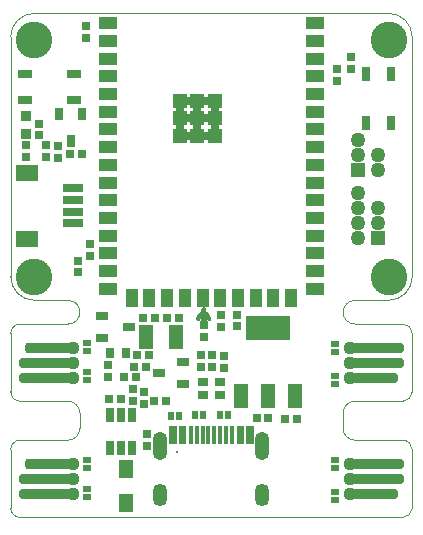
<source format=gts>
G04*
G04 #@! TF.GenerationSoftware,Altium Limited,Altium Designer,21.6.1 (37)*
G04*
G04 Layer_Color=8388736*
%FSAX25Y25*%
%MOIN*%
G70*
G04*
G04 #@! TF.SameCoordinates,2A6196F6-AC41-4C62-9EE7-3AB2130DBF51*
G04*
G04*
G04 #@! TF.FilePolarity,Negative*
G04*
G01*
G75*
%ADD12C,0.00394*%
%ADD40R,0.02953X0.04528*%
%ADD41R,0.04528X0.08465*%
%ADD42R,0.14764X0.08465*%
G04:AMPARAMS|DCode=43|XSize=35.43mil|YSize=169.29mil|CornerRadius=13.82mil|HoleSize=0mil|Usage=FLASHONLY|Rotation=270.000|XOffset=0mil|YOffset=0mil|HoleType=Round|Shape=RoundedRectangle|*
%AMROUNDEDRECTD43*
21,1,0.03543,0.14165,0,0,270.0*
21,1,0.00780,0.16929,0,0,270.0*
1,1,0.02764,-0.07083,-0.00390*
1,1,0.02764,-0.07083,0.00390*
1,1,0.02764,0.07083,0.00390*
1,1,0.02764,0.07083,-0.00390*
%
%ADD43ROUNDEDRECTD43*%
G04:AMPARAMS|DCode=44|XSize=35.43mil|YSize=188.98mil|CornerRadius=13.82mil|HoleSize=0mil|Usage=FLASHONLY|Rotation=270.000|XOffset=0mil|YOffset=0mil|HoleType=Round|Shape=RoundedRectangle|*
%AMROUNDEDRECTD44*
21,1,0.03543,0.16134,0,0,270.0*
21,1,0.00780,0.18898,0,0,270.0*
1,1,0.02764,-0.08067,-0.00390*
1,1,0.02764,-0.08067,0.00390*
1,1,0.02764,0.08067,0.00390*
1,1,0.02764,0.08067,-0.00390*
%
%ADD44ROUNDEDRECTD44*%
%ADD45R,0.03150X0.01968*%
%ADD46R,0.01968X0.03150*%
%ADD47R,0.04921X0.05906*%
%ADD48R,0.04134X0.02953*%
%ADD49R,0.02953X0.04134*%
%ADD50R,0.02559X0.02756*%
%ADD51R,0.02756X0.02559*%
%ADD52R,0.07677X0.05315*%
%ADD53R,0.06693X0.02953*%
%ADD54R,0.03543X0.02953*%
%ADD55R,0.01575X0.06102*%
%ADD56R,0.03740X0.03740*%
%ADD57R,0.02559X0.02756*%
%ADD58R,0.04921X0.08071*%
%ADD59R,0.02756X0.02559*%
%ADD60R,0.04921X0.04921*%
%ADD61R,0.04134X0.06496*%
%ADD62R,0.06496X0.04134*%
%ADD63R,0.02953X0.03740*%
%ADD64C,0.02191*%
%ADD65O,0.00601X0.00600*%
%ADD66R,0.04724X0.03150*%
%ADD67R,0.03150X0.04724*%
%ADD68C,0.12205*%
%ADD69C,0.04370*%
%ADD70C,0.00591*%
%ADD71C,0.04961*%
%ADD72R,0.04961X0.04961*%
G04:AMPARAMS|DCode=73|XSize=49.21mil|YSize=72.84mil|CornerRadius=22.44mil|HoleSize=0mil|Usage=FLASHONLY|Rotation=0.000|XOffset=0mil|YOffset=0mil|HoleType=Round|Shape=RoundedRectangle|*
%AMROUNDEDRECTD73*
21,1,0.04921,0.02795,0,0,0.0*
21,1,0.00433,0.07284,0,0,0.0*
1,1,0.04488,0.00217,-0.01398*
1,1,0.04488,-0.00217,-0.01398*
1,1,0.04488,-0.00217,0.01398*
1,1,0.04488,0.00217,0.01398*
%
%ADD73ROUNDEDRECTD73*%
G04:AMPARAMS|DCode=74|XSize=49.21mil|YSize=92.52mil|CornerRadius=22.44mil|HoleSize=0mil|Usage=FLASHONLY|Rotation=0.000|XOffset=0mil|YOffset=0mil|HoleType=Round|Shape=RoundedRectangle|*
%AMROUNDEDRECTD74*
21,1,0.04921,0.04764,0,0,0.0*
21,1,0.00433,0.09252,0,0,0.0*
1,1,0.04488,0.00217,-0.02382*
1,1,0.04488,-0.00217,-0.02382*
1,1,0.04488,-0.00217,0.02382*
1,1,0.04488,0.00217,0.02382*
%
%ADD74ROUNDEDRECTD74*%
G04:AMPARAMS|DCode=75|XSize=5.91mil|YSize=5.91mil|CornerRadius=0mil|HoleSize=0mil|Usage=FLASHONLY|Rotation=0.000|XOffset=0mil|YOffset=0mil|HoleType=Round|Shape=RoundedRectangle|*
%AMROUNDEDRECTD75*
21,1,0.00591,0.00591,0,0,0.0*
21,1,0.00591,0.00591,0,0,0.0*
1,1,0.00000,0.00295,-0.00295*
1,1,0.00000,-0.00295,-0.00295*
1,1,0.00000,-0.00295,0.00295*
1,1,0.00000,0.00295,0.00295*
%
%ADD75ROUNDEDRECTD75*%
%ADD76C,0.02953*%
G36*
X-0002300Y0070077D02*
X-0002255Y0070066D01*
X-0002224Y0070054D01*
X-0002212Y0070049D01*
X-0002172Y0070024D01*
X-0002137Y0069994D01*
X-0001843Y0069700D01*
X-0001813Y0069665D01*
X-0001789Y0069625D01*
X-0001783Y0069613D01*
X-0001771Y0069582D01*
X-0001760Y0069537D01*
X-0001756Y0069491D01*
Y0069283D01*
Y0068462D01*
X-0001622Y0068430D01*
X-0001619Y0068429D01*
X-0001616Y0068429D01*
X-0001598Y0068422D01*
X-0001578Y0068416D01*
X-0001575Y0068415D01*
X-0001572Y0068414D01*
X-0001554Y0068404D01*
X-0001536Y0068395D01*
X-0001534Y0068394D01*
X-0001531Y0068392D01*
X-0000902Y0067993D01*
X-0000899Y0067991D01*
X-0000897Y0067990D01*
X-0000881Y0067977D01*
X-0000865Y0067965D01*
X-0000863Y0067963D01*
X-0000860Y0067961D01*
X-0000846Y0067946D01*
X-0000832Y0067932D01*
X-0000831Y0067929D01*
X-0000828Y0067927D01*
X-0000365Y0067343D01*
X-0000364Y0067341D01*
X-0000362Y0067338D01*
X-0000351Y0067321D01*
X-0000340Y0067305D01*
X-0000338Y0067302D01*
X-0000337Y0067299D01*
X-0000328Y0067281D01*
X-0000320Y0067263D01*
X-0000319Y0067260D01*
X-0000318Y0067257D01*
X-0000073Y0066553D01*
X-0000072Y0066550D01*
X-0000071Y0066547D01*
X-0000066Y0066528D01*
X-0000061Y0066508D01*
X-0000061Y0066505D01*
X-0000060Y0066502D01*
X-0000058Y0066482D01*
X-0000056Y0066462D01*
X-0000056Y0066459D01*
X-0000056Y0066456D01*
Y0066083D01*
Y0066003D01*
X-0000057Y0065992D01*
Y0065980D01*
X-0000059Y0065969D01*
X-0000060Y0065957D01*
X-0000063Y0065946D01*
X-0000065Y0065934D01*
X-0000068Y0065923D01*
X-0000071Y0065912D01*
X-0000075Y0065901D01*
X-0000079Y0065890D01*
X-0000140Y0065742D01*
X-0000145Y0065732D01*
X-0000150Y0065721D01*
X-0000156Y0065711D01*
X-0000161Y0065701D01*
X-0000168Y0065692D01*
X-0000174Y0065682D01*
X-0000181Y0065673D01*
X-0000188Y0065663D01*
X-0000197Y0065655D01*
X-0000204Y0065646D01*
X-0000317Y0065533D01*
X-0000326Y0065526D01*
X-0000334Y0065518D01*
X-0000344Y0065511D01*
X-0000352Y0065503D01*
X-0000362Y0065497D01*
X-0000372Y0065490D01*
X-0000382Y0065485D01*
X-0000392Y0065479D01*
X-0000403Y0065474D01*
X-0000413Y0065469D01*
X-0000561Y0065408D01*
X-0000572Y0065404D01*
X-0000583Y0065400D01*
X-0000594Y0065397D01*
X-0000605Y0065394D01*
X-0000616Y0065392D01*
X-0000628Y0065389D01*
X-0000639Y0065388D01*
X-0000651Y0065386D01*
X-0000662D01*
X-0000674Y0065386D01*
X-0000834D01*
X-0000845Y0065386D01*
X-0000857D01*
X-0000869Y0065388D01*
X-0000880Y0065389D01*
X-0000891Y0065392D01*
X-0000903Y0065394D01*
X-0000914Y0065397D01*
X-0000925Y0065400D01*
X-0000936Y0065404D01*
X-0000947Y0065408D01*
X-0001095Y0065469D01*
X-0001105Y0065474D01*
X-0001116Y0065479D01*
X-0001126Y0065485D01*
X-0001136Y0065490D01*
X-0001146Y0065497D01*
X-0001156Y0065503D01*
X-0001164Y0065511D01*
X-0001174Y0065518D01*
X-0001182Y0065526D01*
X-0001191Y0065533D01*
X-0001304Y0065646D01*
X-0001311Y0065655D01*
X-0001320Y0065663D01*
X-0001326Y0065673D01*
X-0001334Y0065682D01*
X-0001340Y0065692D01*
X-0001347Y0065701D01*
X-0001352Y0065711D01*
X-0001358Y0065721D01*
X-0001363Y0065732D01*
X-0001368Y0065742D01*
X-0001429Y0065890D01*
X-0001433Y0065901D01*
X-0001437Y0065912D01*
X-0001440Y0065923D01*
X-0001443Y0065934D01*
X-0001445Y0065946D01*
X-0001448Y0065957D01*
X-0001449Y0065969D01*
X-0001451Y0065980D01*
Y0065992D01*
X-0001452Y0066003D01*
Y0066069D01*
X-0001473Y0066283D01*
X-0001642Y0066692D01*
X-0001945Y0066995D01*
X-0002354Y0067164D01*
X-0002554Y0067184D01*
X-0002754Y0067164D01*
X-0003163Y0066995D01*
X-0003466Y0066692D01*
X-0003635Y0066283D01*
X-0003656Y0066069D01*
Y0066003D01*
X-0003657Y0065992D01*
Y0065980D01*
X-0003659Y0065969D01*
X-0003660Y0065957D01*
X-0003663Y0065946D01*
X-0003664Y0065934D01*
X-0003668Y0065923D01*
X-0003671Y0065912D01*
X-0003675Y0065901D01*
X-0003679Y0065890D01*
X-0003740Y0065742D01*
X-0003745Y0065732D01*
X-0003750Y0065721D01*
X-0003756Y0065711D01*
X-0003761Y0065701D01*
X-0003768Y0065692D01*
X-0003774Y0065682D01*
X-0003782Y0065673D01*
X-0003788Y0065663D01*
X-0003797Y0065655D01*
X-0003804Y0065646D01*
X-0003917Y0065533D01*
X-0003926Y0065526D01*
X-0003934Y0065518D01*
X-0003944Y0065511D01*
X-0003952Y0065503D01*
X-0003962Y0065497D01*
X-0003972Y0065490D01*
X-0003982Y0065485D01*
X-0003992Y0065479D01*
X-0004003Y0065474D01*
X-0004013Y0065469D01*
X-0004161Y0065408D01*
X-0004172Y0065404D01*
X-0004183Y0065400D01*
X-0004194Y0065397D01*
X-0004205Y0065394D01*
X-0004216Y0065392D01*
X-0004228Y0065389D01*
X-0004239Y0065388D01*
X-0004251Y0065386D01*
X-0004263D01*
X-0004274Y0065386D01*
X-0004434D01*
X-0004445Y0065386D01*
X-0004457D01*
X-0004469Y0065388D01*
X-0004480Y0065389D01*
X-0004492Y0065392D01*
X-0004503Y0065394D01*
X-0004514Y0065397D01*
X-0004525Y0065400D01*
X-0004536Y0065404D01*
X-0004547Y0065408D01*
X-0004695Y0065469D01*
X-0004705Y0065474D01*
X-0004716Y0065479D01*
X-0004726Y0065485D01*
X-0004736Y0065490D01*
X-0004746Y0065497D01*
X-0004755Y0065503D01*
X-0004764Y0065511D01*
X-0004774Y0065518D01*
X-0004782Y0065526D01*
X-0004791Y0065533D01*
X-0004904Y0065646D01*
X-0004911Y0065655D01*
X-0004920Y0065663D01*
X-0004926Y0065673D01*
X-0004934Y0065682D01*
X-0004940Y0065692D01*
X-0004947Y0065701D01*
X-0004952Y0065711D01*
X-0004958Y0065721D01*
X-0004963Y0065732D01*
X-0004968Y0065742D01*
X-0005029Y0065890D01*
X-0005033Y0065901D01*
X-0005037Y0065912D01*
X-0005040Y0065923D01*
X-0005043Y0065934D01*
X-0005045Y0065946D01*
X-0005048Y0065957D01*
X-0005049Y0065969D01*
X-0005051Y0065980D01*
Y0065992D01*
X-0005052Y0066003D01*
Y0066083D01*
Y0066456D01*
X-0005051Y0066459D01*
X-0005052Y0066462D01*
X-0005050Y0066482D01*
X-0005048Y0066502D01*
X-0005047Y0066505D01*
X-0005047Y0066508D01*
X-0005042Y0066528D01*
X-0005037Y0066547D01*
X-0005036Y0066550D01*
X-0005035Y0066553D01*
X-0004790Y0067257D01*
X-0004789Y0067260D01*
X-0004788Y0067263D01*
X-0004779Y0067281D01*
X-0004771Y0067299D01*
X-0004770Y0067302D01*
X-0004768Y0067305D01*
X-0004757Y0067322D01*
X-0004746Y0067338D01*
X-0004744Y0067341D01*
X-0004742Y0067343D01*
X-0004279Y0067927D01*
X-0004277Y0067929D01*
X-0004276Y0067932D01*
X-0004262Y0067946D01*
X-0004248Y0067961D01*
X-0004245Y0067963D01*
X-0004243Y0067965D01*
X-0004227Y0067977D01*
X-0004211Y0067990D01*
X-0004208Y0067991D01*
X-0004206Y0067993D01*
X-0003577Y0068392D01*
X-0003574Y0068394D01*
X-0003571Y0068395D01*
X-0003554Y0068404D01*
X-0003536Y0068414D01*
X-0003533Y0068415D01*
X-0003530Y0068416D01*
X-0003511Y0068422D01*
X-0003492Y0068429D01*
X-0003489Y0068429D01*
X-0003486Y0068430D01*
X-0003352Y0068462D01*
Y0069283D01*
Y0069491D01*
X-0003351Y0069495D01*
X-0003348Y0069537D01*
X-0003337Y0069582D01*
X-0003327Y0069608D01*
X-0003319Y0069625D01*
X-0003295Y0069665D01*
X-0003265Y0069700D01*
X-0003265Y0069700D01*
X-0002971Y0069994D01*
X-0002971Y0069994D01*
X-0002936Y0070024D01*
X-0002896Y0070049D01*
X-0002875Y0070057D01*
X-0002853Y0070066D01*
X-0002808Y0070077D01*
X-0002762Y0070081D01*
X-0002762D01*
D01*
X-0002346D01*
X-0002300Y0070077D01*
D02*
G37*
D12*
X-0066927Y0003150D02*
G03*
X-0063774Y0000000I0003145J-0000004D01*
G01*
Y0025748D02*
G03*
X-0066927Y0022598I-0000008J-0003145D01*
G01*
X-0047829Y0025748D02*
G03*
X-0043892Y0029689I-0000001J0003938D01*
G01*
Y0034803D02*
G03*
X-0047829Y0038740I-0003938J-0000001D01*
G01*
X-0066927Y0041890D02*
G03*
X-0063774Y0038740I0003145J-0000004D01*
G01*
Y0064488D02*
G03*
X-0066927Y0061339I-0000008J-0003145D01*
G01*
X-0047829Y0064488D02*
G03*
X-0047829Y0072366I-0000006J0003939D01*
G01*
X-0066919Y0080240D02*
G03*
X-0059045Y0072366I0007870J-0000004D01*
G01*
X-0059049Y0168038D02*
G03*
X-0066923Y0160164I0000003J-0007877D01*
G01*
X0059053Y0072366D02*
G03*
X0066927Y0080240I-0000010J0007884D01*
G01*
X0047837Y0072366D02*
G03*
X0047829Y0064488I-0000006J-0003939D01*
G01*
X0066927Y0061339D02*
G03*
X0063774Y0064488I-0003152J-0000002D01*
G01*
Y0038740D02*
G03*
X0066927Y0041890I0000001J0003152D01*
G01*
X0047829Y0038740D02*
G03*
X0043892Y0034803I0000001J-0003938D01*
G01*
Y0029689D02*
G03*
X0047829Y0025748I0003938J-0000002D01*
G01*
X0066927Y0022598D02*
G03*
X0063774Y0025748I-0003152J-0000002D01*
G01*
Y0000000D02*
G03*
X0066927Y0003150I0000001J0003152D01*
G01*
Y0160164D02*
G03*
X0059053Y0168038I-0007877J-0000003D01*
G01*
X-0063774Y0000000D02*
X0063774D01*
X-0066927Y0003150D02*
Y0022598D01*
X-0063774Y0025748D02*
X-0047829D01*
X-0043892Y0029689D02*
Y0034803D01*
X-0063774Y0038740D02*
X-0047829D01*
X-0066927Y0041890D02*
Y0061339D01*
X-0063774Y0064488D02*
X-0047829D01*
X-0059045Y0072366D02*
X-0047829D01*
X-0066920Y0086817D02*
X-0066919Y0080240D01*
X-0066920Y0086817D02*
X-0066920D01*
X-0066923Y0160161D02*
X-0066920Y0086817D01*
X-0059049Y0168035D02*
X0059053D01*
X0047837Y0072366D02*
X0059053D01*
X0047829Y0064488D02*
X0063774D01*
X0066927Y0041890D02*
Y0061339D01*
X0047829Y0038740D02*
X0063774D01*
X0043892Y0029689D02*
Y0034803D01*
X0047829Y0025748D02*
X0063774D01*
X0066927Y0003150D02*
Y0022598D01*
Y0080240D02*
Y0160161D01*
D40*
X-0026476Y0023228D02*
D03*
X-0030217D02*
D03*
X-0033957D02*
D03*
Y0034055D02*
D03*
X-0030217D02*
D03*
X-0026476D02*
D03*
D41*
X0027854Y0040551D02*
D03*
X0009744D02*
D03*
X0018799D02*
D03*
D42*
Y0062992D02*
D03*
D43*
X0053740Y0007854D02*
D03*
X-0053740Y0056638D02*
D03*
X0053740Y0046638D02*
D03*
X-0053740Y0017854D02*
D03*
D44*
X0054724D02*
D03*
Y0012855D02*
D03*
X-0054724Y0046638D02*
D03*
Y0051638D02*
D03*
X0054724Y0056638D02*
D03*
Y0051638D02*
D03*
X-0054724Y0007854D02*
D03*
Y0012855D02*
D03*
D45*
X0041339Y0008465D02*
D03*
Y0005709D02*
D03*
X-0041339Y0048524D02*
D03*
Y0045768D02*
D03*
Y0055512D02*
D03*
Y0058268D02*
D03*
X0041339Y0047146D02*
D03*
Y0044390D02*
D03*
Y0055020D02*
D03*
Y0057776D02*
D03*
Y0016477D02*
D03*
Y0019232D02*
D03*
X-0041339Y0016437D02*
D03*
Y0019193D02*
D03*
Y0009547D02*
D03*
Y0006791D02*
D03*
D46*
X-0005610Y0034252D02*
D03*
X-0002854D02*
D03*
X0005461D02*
D03*
X0002705D02*
D03*
X-0013583Y0033858D02*
D03*
X-0010827D02*
D03*
D47*
X-0028346Y0004823D02*
D03*
Y0016043D02*
D03*
Y0004823D02*
D03*
Y0016043D02*
D03*
D48*
X-0036426Y0067237D02*
D03*
Y0059756D02*
D03*
X-0027371Y0063496D02*
D03*
X-0009449Y0044488D02*
D03*
Y0051968D02*
D03*
X-0017323Y0048228D02*
D03*
D49*
X-0043209Y0134547D02*
D03*
X-0050689D02*
D03*
X-0046949Y0125492D02*
D03*
D50*
X-0047244Y0121161D02*
D03*
X-0043307D02*
D03*
X0028543Y0032874D02*
D03*
X0024606D02*
D03*
X0015059Y0033071D02*
D03*
X0018996D02*
D03*
X-0034252Y0039567D02*
D03*
X-0030315D02*
D03*
X-0025098Y0046752D02*
D03*
X-0029035D02*
D03*
X-0019193Y0038681D02*
D03*
X-0015256D02*
D03*
X-0025886Y0050197D02*
D03*
X-0021949D02*
D03*
D51*
X-0057480Y0127362D02*
D03*
Y0131299D02*
D03*
X-0021457Y0023917D02*
D03*
Y0027854D02*
D03*
X-0026176Y0042815D02*
D03*
Y0038878D02*
D03*
X-0044390Y0081693D02*
D03*
Y0085630D02*
D03*
X-0040354Y0087205D02*
D03*
Y0091142D02*
D03*
X-0022638Y0041732D02*
D03*
Y0037795D02*
D03*
X0000197Y0054134D02*
D03*
Y0050197D02*
D03*
X0004035Y0049902D02*
D03*
Y0053839D02*
D03*
X-0003642Y0054232D02*
D03*
Y0050295D02*
D03*
X-0002554Y0060197D02*
D03*
Y0064134D02*
D03*
X0008661Y0067618D02*
D03*
Y0063681D02*
D03*
X-0034449Y0050787D02*
D03*
Y0046850D02*
D03*
X-0061910Y0124016D02*
D03*
Y0120079D02*
D03*
X0003347Y0067421D02*
D03*
Y0063484D02*
D03*
X0046654Y0153445D02*
D03*
Y0149508D02*
D03*
X-0050984Y0119783D02*
D03*
Y0123721D02*
D03*
X-0055315Y0124016D02*
D03*
Y0120079D02*
D03*
D52*
X-0061516Y0114961D02*
D03*
Y0092913D02*
D03*
D03*
Y0114961D02*
D03*
D53*
X-0046260Y0109843D02*
D03*
Y0105906D02*
D03*
Y0101968D02*
D03*
Y0098031D02*
D03*
D03*
Y0101968D02*
D03*
Y0105906D02*
D03*
Y0109843D02*
D03*
D54*
X-0002953Y0040945D02*
D03*
X0002953D02*
D03*
Y0045276D02*
D03*
X-0002953D02*
D03*
D55*
X-0013386Y0027559D02*
D03*
X-0010236D02*
D03*
X-0004921D02*
D03*
X0006890D02*
D03*
X0010236D02*
D03*
X0004921D02*
D03*
X-0000984D02*
D03*
X-0006890D02*
D03*
X-0002953Y0027582D02*
D03*
X0000984Y0027559D02*
D03*
X0002953D02*
D03*
X0009055D02*
D03*
X-0012205D02*
D03*
X-0009055D02*
D03*
X0012205D02*
D03*
X0013386D02*
D03*
D56*
X-0061910Y0127953D02*
D03*
Y0133858D02*
D03*
D57*
X-0018897Y0066356D02*
D03*
X-0022834D02*
D03*
X-0014780Y0066318D02*
D03*
X-0010843D02*
D03*
X-0024803Y0054035D02*
D03*
X-0020866D02*
D03*
D58*
X-0011909Y0060138D02*
D03*
X-0021752D02*
D03*
D59*
X-0041831Y0159843D02*
D03*
Y0163779D02*
D03*
X0041831Y0149409D02*
D03*
Y0145472D02*
D03*
D60*
X0001221Y0138976D02*
D03*
X-0004685D02*
D03*
X-0010591D02*
D03*
X0001221Y0127165D02*
D03*
X-0004685D02*
D03*
X-0010591D02*
D03*
X0001221Y0133071D02*
D03*
X-0010591D02*
D03*
X-0004685D02*
D03*
D61*
X0026575Y0073228D02*
D03*
X0020669D02*
D03*
X0014764D02*
D03*
X0008858D02*
D03*
X0002953D02*
D03*
X-0002953D02*
D03*
X-0008858D02*
D03*
X-0014764D02*
D03*
X-0020669D02*
D03*
X-0026575D02*
D03*
D62*
X0034449Y0076181D02*
D03*
Y0082087D02*
D03*
Y0087992D02*
D03*
Y0093898D02*
D03*
Y0099803D02*
D03*
Y0105709D02*
D03*
Y0111614D02*
D03*
Y0117520D02*
D03*
Y0123425D02*
D03*
Y0129331D02*
D03*
Y0135236D02*
D03*
Y0141142D02*
D03*
Y0147047D02*
D03*
Y0152953D02*
D03*
Y0158858D02*
D03*
Y0164764D02*
D03*
X-0034449Y0076181D02*
D03*
Y0082087D02*
D03*
Y0087992D02*
D03*
Y0093898D02*
D03*
Y0099803D02*
D03*
Y0105709D02*
D03*
Y0111614D02*
D03*
Y0117520D02*
D03*
Y0123425D02*
D03*
Y0129331D02*
D03*
Y0135236D02*
D03*
Y0141142D02*
D03*
Y0147047D02*
D03*
Y0152953D02*
D03*
Y0158858D02*
D03*
Y0164764D02*
D03*
D63*
X-0028454Y0054758D02*
D03*
X-0033966D02*
D03*
D64*
X-0002554Y0066083D02*
D03*
D65*
X-0002551Y0069448D02*
D03*
D66*
X-0045866Y0139272D02*
D03*
X-0062205D02*
D03*
X-0045866Y0147736D02*
D03*
X-0062205D02*
D03*
D67*
X0059842Y0147933D02*
D03*
Y0131595D02*
D03*
X0051378Y0147933D02*
D03*
Y0131595D02*
D03*
D68*
X-0059055Y0159004D02*
D03*
X0059055Y0080264D02*
D03*
Y0159004D02*
D03*
X-0059055Y0080264D02*
D03*
D69*
X0046063Y0007854D02*
D03*
Y0012855D02*
D03*
Y0017854D02*
D03*
X-0046063Y0056638D02*
D03*
Y0051638D02*
D03*
Y0046638D02*
D03*
X0046063D02*
D03*
Y0051638D02*
D03*
Y0056638D02*
D03*
X-0046063Y0017854D02*
D03*
Y0012855D02*
D03*
Y0007854D02*
D03*
D70*
X0054331Y0022776D02*
D03*
Y0002933D02*
D03*
X-0054331Y0041717D02*
D03*
Y0061559D02*
D03*
X0054331D02*
D03*
Y0041717D02*
D03*
X-0054331Y0002933D02*
D03*
Y0022776D02*
D03*
X0011378Y0021870D02*
D03*
D71*
X0048913Y0108209D02*
D03*
Y0103209D02*
D03*
X0048912Y0093209D02*
D03*
X0055512Y0103209D02*
D03*
Y0098209D02*
D03*
X0048912D02*
D03*
X0055610Y0120748D02*
D03*
X0049010D02*
D03*
Y0125748D02*
D03*
X0055610Y0115748D02*
D03*
D72*
X0055512Y0093209D02*
D03*
X0049010Y0115748D02*
D03*
D73*
X-0017008Y0007500D02*
D03*
X0017008D02*
D03*
D74*
X-0017008Y0023957D02*
D03*
X0017008D02*
D03*
D75*
X-0011378Y0021870D02*
D03*
D76*
X-0001732Y0127165D02*
D03*
X-0007638D02*
D03*
X-0001732Y0133071D02*
D03*
X-0007638D02*
D03*
X-0001732Y0138976D02*
D03*
X-0007638D02*
D03*
X0001221Y0130118D02*
D03*
X-0004685D02*
D03*
X-0010591D02*
D03*
X0001221Y0136024D02*
D03*
X-0010591D02*
D03*
X-0004685D02*
D03*
M02*

</source>
